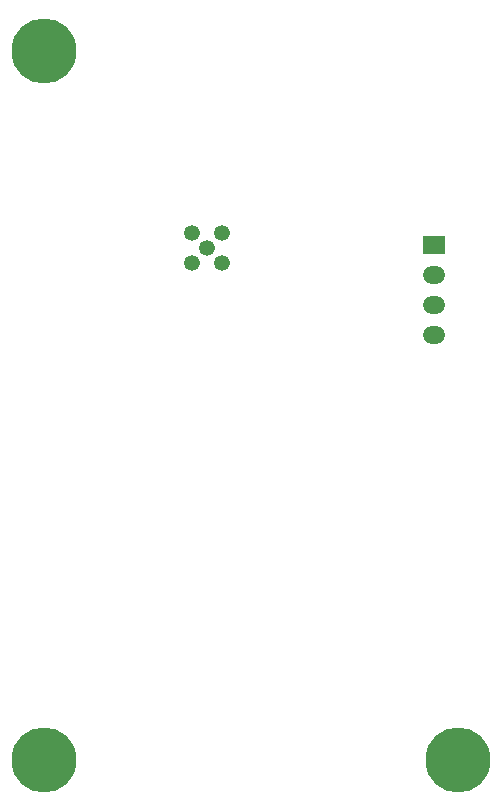
<source format=gbr>
%TF.GenerationSoftware,KiCad,Pcbnew,(6.0.4-0)*%
%TF.CreationDate,2022-09-09T16:16:13-06:00*%
%TF.ProjectId,i2c_mux,6932635f-6d75-4782-9e6b-696361645f70,rev?*%
%TF.SameCoordinates,Original*%
%TF.FileFunction,Soldermask,Bot*%
%TF.FilePolarity,Negative*%
%FSLAX46Y46*%
G04 Gerber Fmt 4.6, Leading zero omitted, Abs format (unit mm)*
G04 Created by KiCad (PCBNEW (6.0.4-0)) date 2022-09-09 16:16:13*
%MOMM*%
%LPD*%
G01*
G04 APERTURE LIST*
G04 Aperture macros list*
%AMRoundRect*
0 Rectangle with rounded corners*
0 $1 Rounding radius*
0 $2 $3 $4 $5 $6 $7 $8 $9 X,Y pos of 4 corners*
0 Add a 4 corners polygon primitive as box body*
4,1,4,$2,$3,$4,$5,$6,$7,$8,$9,$2,$3,0*
0 Add four circle primitives for the rounded corners*
1,1,$1+$1,$2,$3*
1,1,$1+$1,$4,$5*
1,1,$1+$1,$6,$7*
1,1,$1+$1,$8,$9*
0 Add four rect primitives between the rounded corners*
20,1,$1+$1,$2,$3,$4,$5,0*
20,1,$1+$1,$4,$5,$6,$7,0*
20,1,$1+$1,$6,$7,$8,$9,0*
20,1,$1+$1,$8,$9,$2,$3,0*%
G04 Aperture macros list end*
%ADD10C,5.502000*%
%ADD11C,1.342000*%
%ADD12RoundRect,0.051000X-0.900000X0.700000X-0.900000X-0.700000X0.900000X-0.700000X0.900000X0.700000X0*%
%ADD13O,1.902000X1.502000*%
G04 APERTURE END LIST*
D10*
%TO.C,H3*%
X140000000Y-125000000D03*
%TD*%
D11*
%TO.C,J11*%
X118800000Y-81600000D03*
X117530000Y-80330000D03*
X120070000Y-82870000D03*
X120070000Y-80330000D03*
X117530000Y-82870000D03*
%TD*%
D12*
%TO.C,PS1*%
X138000000Y-81400000D03*
D13*
X138000000Y-83940000D03*
X138000000Y-86480000D03*
X138000000Y-89020000D03*
%TD*%
D10*
%TO.C,H1*%
X105000000Y-65000000D03*
%TD*%
%TO.C,H2*%
X105000000Y-125000000D03*
%TD*%
M02*

</source>
